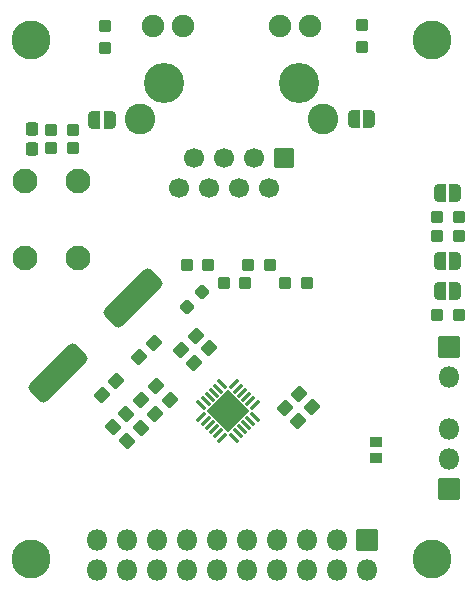
<source format=gbr>
%TF.GenerationSoftware,KiCad,Pcbnew,8.0.3*%
%TF.CreationDate,Date%
%TF.ProjectId,LAN8742A-breakout,4c414e38-3734-4324-912d-627265616b6f,+ (Unreleased)*%
%TF.SameCoordinates,Original*%
%TF.FileFunction,Soldermask,Top*%
%TF.FilePolarity,Negative*%
%FSLAX46Y46*%
G04 Gerber Fmt 4.6, Leading zero omitted, Abs format (unit mm)*
G04 Created by KiCad*
%MOMM*%
%LPD*%
G01*
G04 APERTURE LIST*
G04 Aperture macros list*
%AMRoundRect*
0 Rectangle with rounded corners*
0 $1 Rounding radius*
0 $2 $3 $4 $5 $6 $7 $8 $9 X,Y pos of 4 corners*
0 Add a 4 corners polygon primitive as box body*
4,1,4,$2,$3,$4,$5,$6,$7,$8,$9,$2,$3,0*
0 Add four circle primitives for the rounded corners*
1,1,$1+$1,$2,$3*
1,1,$1+$1,$4,$5*
1,1,$1+$1,$6,$7*
1,1,$1+$1,$8,$9*
0 Add four rect primitives between the rounded corners*
20,1,$1+$1,$2,$3,$4,$5,0*
20,1,$1+$1,$4,$5,$6,$7,0*
20,1,$1+$1,$6,$7,$8,$9,0*
20,1,$1+$1,$8,$9,$2,$3,0*%
%AMFreePoly0*
4,1,35,0.535355,0.785355,0.550000,0.750000,0.550000,-0.750000,0.535355,-0.785355,0.500000,-0.800000,0.000000,-0.800000,-0.012286,-0.794911,-0.071157,-0.794911,-0.085244,-0.792886,-0.221795,-0.752791,-0.234740,-0.746879,-0.354462,-0.669938,-0.365217,-0.660618,-0.458414,-0.553063,-0.466109,-0.541091,-0.525228,-0.411637,-0.529237,-0.397982,-0.549491,-0.257116,-0.550000,-0.250000,-0.550000,0.250000,
-0.549491,0.257116,-0.529237,0.397982,-0.525228,0.411637,-0.466109,0.541091,-0.458414,0.553063,-0.365217,0.660618,-0.354462,0.669938,-0.234740,0.746879,-0.221795,0.752791,-0.085244,0.792886,-0.071157,0.794911,-0.012286,0.794911,0.000000,0.800000,0.500000,0.800000,0.535355,0.785355,0.535355,0.785355,$1*%
%AMFreePoly1*
4,1,35,0.012286,0.794911,0.071157,0.794911,0.085244,0.792886,0.221795,0.752791,0.234740,0.746879,0.354462,0.669938,0.365217,0.660618,0.458414,0.553063,0.466109,0.541091,0.525228,0.411637,0.529237,0.397982,0.549491,0.257116,0.550000,0.250000,0.550000,-0.250000,0.549491,-0.257116,0.529237,-0.397982,0.525228,-0.411637,0.466109,-0.541091,0.458414,-0.553063,0.365217,-0.660618,
0.354462,-0.669938,0.234740,-0.746879,0.221795,-0.752791,0.085244,-0.792886,0.071157,-0.794911,0.012286,-0.794911,0.000000,-0.800000,-0.500000,-0.800000,-0.535355,-0.785355,-0.550000,-0.750000,-0.550000,0.750000,-0.535355,0.785355,-0.500000,0.800000,0.000000,0.800000,0.012286,0.794911,0.012286,0.794911,$1*%
G04 Aperture macros list end*
%ADD10RoundRect,0.262500X-0.008839X-0.380070X0.380070X0.008839X0.008839X0.380070X-0.380070X-0.008839X0*%
%ADD11RoundRect,0.262500X0.415425X-0.044194X-0.044194X0.415425X-0.415425X0.044194X0.044194X-0.415425X0*%
%ADD12FreePoly0,180.000000*%
%ADD13FreePoly1,180.000000*%
%ADD14C,3.300000*%
%ADD15FreePoly0,0.000000*%
%ADD16FreePoly1,0.000000*%
%ADD17RoundRect,0.050000X-0.850000X-0.850000X0.850000X-0.850000X0.850000X0.850000X-0.850000X0.850000X0*%
%ADD18O,1.800000X1.800000*%
%ADD19RoundRect,0.262500X-0.044194X-0.415425X0.415425X0.044194X0.044194X0.415425X-0.415425X-0.044194X0*%
%ADD20RoundRect,0.262500X-0.262500X0.275000X-0.262500X-0.275000X0.262500X-0.275000X0.262500X0.275000X0*%
%ADD21RoundRect,0.262500X0.044194X0.415425X-0.415425X-0.044194X-0.044194X-0.415425X0.415425X0.044194X0*%
%ADD22RoundRect,0.262500X0.275000X0.262500X-0.275000X0.262500X-0.275000X-0.262500X0.275000X-0.262500X0*%
%ADD23RoundRect,0.525000X-1.237437X-1.979899X1.979899X1.237437X1.237437X1.979899X-1.979899X-1.237437X0*%
%ADD24RoundRect,0.087500X-0.344715X0.220971X0.220971X-0.344715X0.344715X-0.220971X-0.220971X0.344715X0*%
%ADD25RoundRect,0.087500X-0.344715X-0.220971X-0.220971X-0.344715X0.344715X0.220971X0.220971X0.344715X0*%
%ADD26RoundRect,0.050000X-1.767767X0.000000X0.000000X-1.767767X1.767767X0.000000X0.000000X1.767767X0*%
%ADD27C,2.100000*%
%ADD28RoundRect,0.050000X-0.850000X0.850000X-0.850000X-0.850000X0.850000X-0.850000X0.850000X0.850000X0*%
%ADD29RoundRect,0.262500X-0.275000X-0.262500X0.275000X-0.262500X0.275000X0.262500X-0.275000X0.262500X0*%
%ADD30RoundRect,0.050000X0.850000X0.850000X-0.850000X0.850000X-0.850000X-0.850000X0.850000X-0.850000X0*%
%ADD31RoundRect,0.262500X0.262500X-0.325000X0.262500X0.325000X-0.262500X0.325000X-0.262500X-0.325000X0*%
%ADD32RoundRect,0.050000X-0.430000X0.400000X-0.430000X-0.400000X0.430000X-0.400000X0.430000X0.400000X0*%
%ADD33C,3.400000*%
%ADD34RoundRect,0.050000X0.800000X0.800000X-0.800000X0.800000X-0.800000X-0.800000X0.800000X-0.800000X0*%
%ADD35C,1.700000*%
%ADD36C,1.900000*%
%ADD37C,2.600000*%
G04 APERTURE END LIST*
D10*
%TO.C,R1*%
X79486695Y34338934D03*
X80777165Y35629404D03*
%TD*%
D11*
%TO.C,C5*%
X75587861Y24122120D03*
X74368101Y25341880D03*
%TD*%
D12*
%TO.C,JP3*%
X102247181Y38299361D03*
D13*
X100947181Y38299361D03*
%TD*%
D14*
%TO.C,H2*%
X100293981Y57000000D03*
%TD*%
D15*
%TO.C,JP4*%
X71682366Y50194193D03*
D16*
X72982366Y50194193D03*
%TD*%
D17*
%TO.C,J4*%
X101690981Y31000000D03*
D18*
X101690981Y28460000D03*
%TD*%
D19*
%TO.C,C11*%
X75485701Y30116520D03*
X76705461Y31336280D03*
%TD*%
D20*
%TO.C,R7*%
X94332781Y58207300D03*
X94332781Y56382300D03*
%TD*%
D21*
%TO.C,C10*%
X73505061Y28135880D03*
X72285301Y26916120D03*
%TD*%
D22*
%TO.C,R9*%
X84434004Y36396720D03*
X82609004Y36396720D03*
%TD*%
D21*
%TO.C,C7*%
X76881555Y27694812D03*
X75661795Y26475052D03*
%TD*%
D14*
%TO.C,H4*%
X66293981Y13000000D03*
%TD*%
D22*
%TO.C,R4*%
X102509681Y40353000D03*
X100684681Y40353000D03*
%TD*%
D19*
%TO.C,C4*%
X88872719Y24714343D03*
X90092479Y25934103D03*
%TD*%
D11*
%TO.C,C6*%
X74445441Y22996951D03*
X73225681Y24216711D03*
%TD*%
D23*
%TO.C,Y1*%
X68621000Y28789019D03*
X74984962Y35152981D03*
%TD*%
D21*
%TO.C,C8*%
X78052964Y26514034D03*
X76833204Y25294274D03*
%TD*%
D12*
%TO.C,JP5*%
X94927259Y50271871D03*
D13*
X93627259Y50271871D03*
%TD*%
D24*
%TO.C,U1*%
X82496948Y27818057D03*
X82143395Y27464503D03*
X81789841Y27110950D03*
X81436288Y26757397D03*
X81082735Y26403843D03*
X80729181Y26050290D03*
D25*
X80729181Y25078018D03*
X81082735Y24724465D03*
X81436288Y24370911D03*
X81789841Y24017358D03*
X82143395Y23663805D03*
X82496948Y23310251D03*
D24*
X83469220Y23310251D03*
X83822773Y23663805D03*
X84176327Y24017358D03*
X84529880Y24370911D03*
X84883433Y24724465D03*
X85236987Y25078018D03*
D25*
X85236987Y26050290D03*
X84883433Y26403843D03*
X84529880Y26757397D03*
X84176327Y27110950D03*
X83822773Y27464503D03*
X83469220Y27818057D03*
D26*
X82983084Y25564154D03*
%TD*%
D27*
%TO.C,SW1*%
X65793981Y38500000D03*
X65793981Y45000000D03*
X70293981Y38500000D03*
X70293981Y45000000D03*
%TD*%
D19*
%TO.C,C3*%
X87779021Y25798240D03*
X88998781Y27018000D03*
%TD*%
D28*
%TO.C,J2*%
X94739181Y14622000D03*
D18*
X94739181Y12082000D03*
X92199181Y14622000D03*
X92199181Y12082000D03*
X89659181Y14622000D03*
X89659181Y12082000D03*
X87119181Y14622000D03*
X87119181Y12082000D03*
X84579181Y14622000D03*
X84579181Y12082000D03*
X82039181Y14622000D03*
X82039181Y12082000D03*
X79499181Y14622000D03*
X79499181Y12082000D03*
X76959181Y14622000D03*
X76959181Y12082000D03*
X74419181Y14622000D03*
X74419181Y12082000D03*
X71879181Y14622000D03*
X71879181Y12082000D03*
%TD*%
D29*
%TO.C,R3*%
X100684681Y42004000D03*
X102509681Y42004000D03*
%TD*%
D22*
%TO.C,R6*%
X69845281Y47846000D03*
X68020281Y47846000D03*
%TD*%
%TO.C,R11*%
X89634779Y36397634D03*
X87809779Y36397634D03*
%TD*%
D30*
%TO.C,J3*%
X101690981Y18920000D03*
D18*
X101690981Y21460000D03*
X101690981Y24000000D03*
%TD*%
D22*
%TO.C,R2*%
X102509681Y33724141D03*
X100684681Y33724141D03*
%TD*%
D12*
%TO.C,JP2*%
X102247181Y35759361D03*
D13*
X100947181Y35759361D03*
%TD*%
D20*
%TO.C,R8*%
X72539581Y58156500D03*
X72539581Y56331500D03*
%TD*%
D14*
%TO.C,H1*%
X66293981Y57000000D03*
%TD*%
D31*
%TO.C,C9*%
X66392781Y47745500D03*
X66392781Y49470500D03*
%TD*%
D29*
%TO.C,R10*%
X79490409Y37961771D03*
X81315409Y37961771D03*
%TD*%
%TO.C,R5*%
X68020281Y49370000D03*
X69845281Y49370000D03*
%TD*%
%TO.C,R12*%
X84702692Y37933916D03*
X86527692Y37933916D03*
%TD*%
D14*
%TO.C,H3*%
X100293981Y13000000D03*
%TD*%
D15*
%TO.C,JP1*%
X100947181Y44036000D03*
D16*
X102247181Y44036000D03*
%TD*%
D32*
%TO.C,FB1*%
X95551981Y21554000D03*
X95551981Y22954000D03*
%TD*%
D33*
%TO.C,J1*%
X89013981Y53296400D03*
X77583981Y53296400D03*
D34*
X87743981Y46946400D03*
D35*
X86473981Y44406400D03*
X85203981Y46946400D03*
X83933981Y44406400D03*
X82663981Y46946400D03*
X81393981Y44406400D03*
X80123981Y46946400D03*
X78853981Y44406400D03*
D36*
X89923981Y58186400D03*
X87383981Y58186400D03*
X79203981Y58186400D03*
X76663981Y58186400D03*
D37*
X91033981Y50246400D03*
X75553981Y50246400D03*
%TD*%
D21*
%TO.C,C1*%
X80261741Y31946160D03*
X79041981Y30726400D03*
%TD*%
%TO.C,C2*%
X81339747Y30875454D03*
X80119987Y29655694D03*
%TD*%
M02*

</source>
